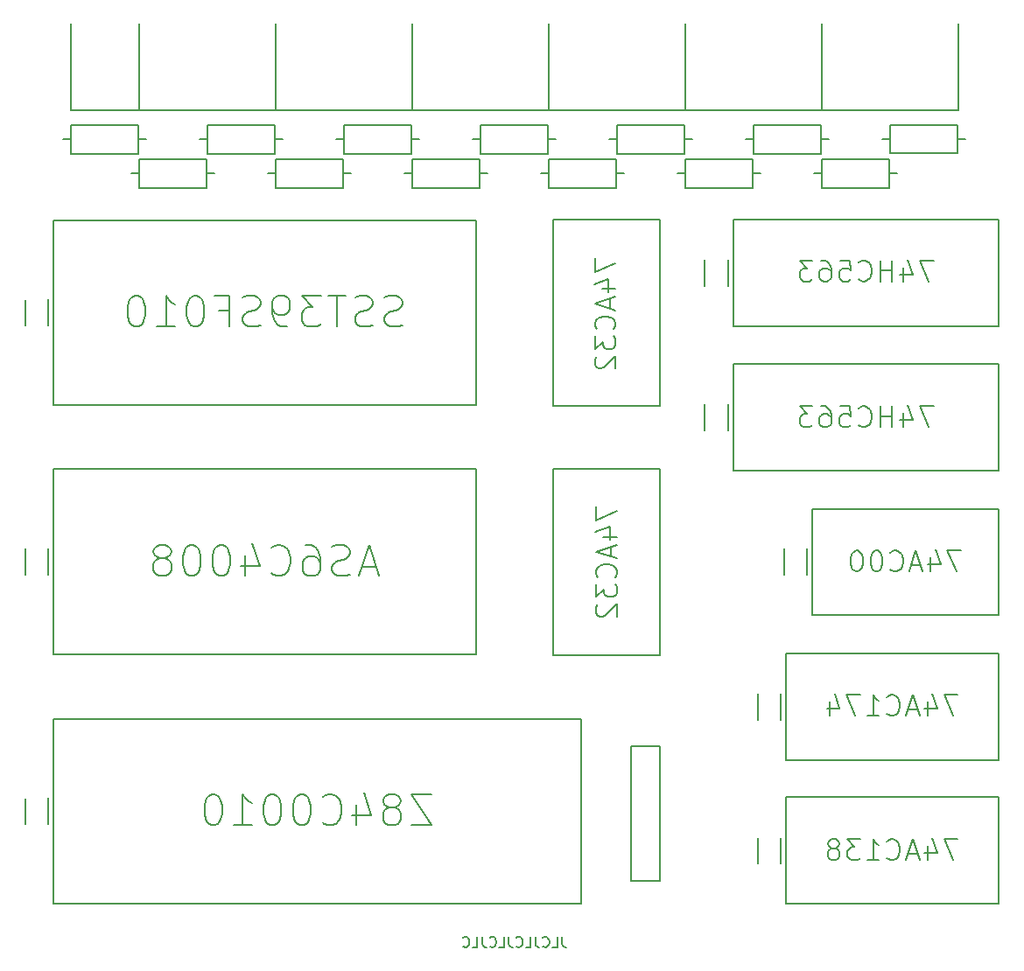
<source format=gbo>
G04 #@! TF.GenerationSoftware,KiCad,Pcbnew,(6.0.7)*
G04 #@! TF.CreationDate,2022-11-29T20:03:00-05:00*
G04 #@! TF.ProjectId,Part 4 - CPU and memory,50617274-2034-4202-9d20-43505520616e,1*
G04 #@! TF.SameCoordinates,Original*
G04 #@! TF.FileFunction,Legend,Bot*
G04 #@! TF.FilePolarity,Positive*
%FSLAX46Y46*%
G04 Gerber Fmt 4.6, Leading zero omitted, Abs format (unit mm)*
G04 Created by KiCad (PCBNEW (6.0.7)) date 2022-11-29 20:03:00*
%MOMM*%
%LPD*%
G01*
G04 APERTURE LIST*
%ADD10C,0.150000*%
%ADD11C,0.200000*%
%ADD12C,1.600000*%
%ADD13O,1.600000X1.600000*%
%ADD14R,1.600000X1.600000*%
%ADD15R,1.800000X1.800000*%
%ADD16C,1.800000*%
%ADD17R,1.780000X7.620000*%
G04 APERTURE END LIST*
D10*
X123723400Y-55118000D02*
X122986800Y-55118000D01*
X180467000Y-111861600D02*
X159893000Y-111861600D01*
X159893000Y-111861600D02*
X159893000Y-101574600D01*
X159893000Y-101574600D02*
X180467000Y-101574600D01*
X180467000Y-101574600D02*
X180467000Y-111861600D01*
X123698000Y-49022000D02*
X110490000Y-49022000D01*
X154838400Y-69875400D02*
X180467000Y-69875400D01*
X180467000Y-69875400D02*
X180467000Y-59613800D01*
X180467000Y-59613800D02*
X154838400Y-59613800D01*
X154838400Y-59613800D02*
X154838400Y-69875400D01*
X169976800Y-53162200D02*
X176504600Y-53162200D01*
X176504600Y-53162200D02*
X176504600Y-50444400D01*
X176504600Y-50444400D02*
X169976800Y-50444400D01*
X169976800Y-50444400D02*
X169976800Y-53162200D01*
X152044400Y-66040000D02*
X152044400Y-63500000D01*
X156743400Y-51816000D02*
X156006800Y-51816000D01*
X103860600Y-55118000D02*
X104597200Y-55118000D01*
X89027000Y-59639200D02*
X129921000Y-59639200D01*
X129921000Y-59639200D02*
X129921000Y-77546200D01*
X129921000Y-77546200D02*
X89027000Y-77546200D01*
X89027000Y-77546200D02*
X89027000Y-59639200D01*
X157162500Y-108013500D02*
X157162500Y-105473500D01*
X110464600Y-53187600D02*
X103911400Y-53187600D01*
X103911400Y-53187600D02*
X103911400Y-50444400D01*
X103911400Y-50444400D02*
X110464600Y-50444400D01*
X110464600Y-50444400D02*
X110464600Y-53187600D01*
X136931400Y-55118000D02*
X136194800Y-55118000D01*
X163322000Y-40640000D02*
X163322000Y-49022000D01*
X136906000Y-49022000D02*
X123698000Y-49022000D01*
X159893000Y-125780800D02*
X180467000Y-125780800D01*
X180467000Y-125780800D02*
X180467000Y-115493800D01*
X180467000Y-115493800D02*
X159893000Y-115493800D01*
X159893000Y-115493800D02*
X159893000Y-125780800D01*
X156692600Y-53746400D02*
X150139400Y-53746400D01*
X150139400Y-53746400D02*
X150139400Y-56489600D01*
X150139400Y-56489600D02*
X156692600Y-56489600D01*
X156692600Y-56489600D02*
X156692600Y-53746400D01*
X163322000Y-49022000D02*
X176530000Y-49022000D01*
X159334200Y-105473500D02*
X159334200Y-108013500D01*
X130276600Y-53746400D02*
X123723400Y-53746400D01*
X123723400Y-53746400D02*
X123723400Y-56489600D01*
X123723400Y-56489600D02*
X130276600Y-56489600D01*
X130276600Y-56489600D02*
X130276600Y-53746400D01*
X86283800Y-91440000D02*
X86283800Y-93929200D01*
X159359600Y-121920000D02*
X159359600Y-119405400D01*
X154254200Y-77470000D02*
X154254200Y-79946500D01*
X152044400Y-79946500D02*
X152044400Y-77470000D01*
X97307400Y-55118000D02*
X96570800Y-55118000D01*
X162433000Y-97840800D02*
X180467000Y-97840800D01*
X180467000Y-97840800D02*
X180467000Y-87579200D01*
X180467000Y-87579200D02*
X162433000Y-87579200D01*
X162433000Y-87579200D02*
X162433000Y-97840800D01*
X86283800Y-67335400D02*
X86283800Y-69824600D01*
X143484600Y-55118000D02*
X144221200Y-55118000D01*
X88468200Y-93929200D02*
X88468200Y-91414600D01*
X129921000Y-83743800D02*
X89027000Y-83743800D01*
X89027000Y-83743800D02*
X89027000Y-101650800D01*
X89027000Y-101650800D02*
X129921000Y-101650800D01*
X129921000Y-101650800D02*
X129921000Y-83743800D01*
X157149800Y-119405400D02*
X157149800Y-121920000D01*
X123672600Y-51816000D02*
X124409200Y-51816000D01*
X123672600Y-53187600D02*
X117144800Y-53187600D01*
X117144800Y-53187600D02*
X117144800Y-50444400D01*
X117144800Y-50444400D02*
X123672600Y-50444400D01*
X123672600Y-50444400D02*
X123672600Y-53187600D01*
X143484600Y-53746400D02*
X136931400Y-53746400D01*
X136931400Y-53746400D02*
X136931400Y-56489600D01*
X136931400Y-56489600D02*
X143484600Y-56489600D01*
X143484600Y-56489600D02*
X143484600Y-53746400D01*
X144907000Y-110540800D02*
X147701000Y-110540800D01*
X147701000Y-110540800D02*
X147701000Y-123571000D01*
X147701000Y-123571000D02*
X144907000Y-123571000D01*
X144907000Y-123571000D02*
X144907000Y-110540800D01*
X110464600Y-51816000D02*
X111201200Y-51816000D01*
X136880600Y-53187600D02*
X130352800Y-53187600D01*
X130352800Y-53187600D02*
X130352800Y-50444400D01*
X130352800Y-50444400D02*
X136880600Y-50444400D01*
X136880600Y-50444400D02*
X136880600Y-53187600D01*
X117144800Y-51816000D02*
X116382800Y-51816000D01*
X90678000Y-49022000D02*
X90678000Y-40640000D01*
X154254200Y-63500000D02*
X154254200Y-66040000D01*
X103860600Y-53746400D02*
X97307400Y-53746400D01*
X97307400Y-53746400D02*
X97307400Y-56489600D01*
X97307400Y-56489600D02*
X103860600Y-56489600D01*
X103860600Y-56489600D02*
X103860600Y-53746400D01*
X150114000Y-49022000D02*
X136906000Y-49022000D01*
X103911400Y-51816000D02*
X103174800Y-51816000D01*
X150088600Y-51816000D02*
X150825200Y-51816000D01*
X156692600Y-55118000D02*
X157429200Y-55118000D01*
X89027000Y-107899200D02*
X140081000Y-107899200D01*
X140081000Y-107899200D02*
X140081000Y-125806200D01*
X140081000Y-125806200D02*
X89027000Y-125806200D01*
X89027000Y-125806200D02*
X89027000Y-107899200D01*
X169900600Y-53746400D02*
X163347400Y-53746400D01*
X163347400Y-53746400D02*
X163347400Y-56489600D01*
X163347400Y-56489600D02*
X169900600Y-56489600D01*
X169900600Y-56489600D02*
X169900600Y-53746400D01*
X110515400Y-55118000D02*
X109778800Y-55118000D01*
X161874200Y-93980000D02*
X161874200Y-91440000D01*
X176530000Y-49022000D02*
X176530000Y-40640000D01*
X156718000Y-49022000D02*
X150114000Y-49022000D01*
X110490000Y-49022000D02*
X97282000Y-49022000D01*
X150139400Y-55118000D02*
X149402800Y-55118000D01*
X163347400Y-55118000D02*
X162610800Y-55118000D01*
X176504600Y-51803300D02*
X177241200Y-51816000D01*
X150088600Y-53187600D02*
X143535400Y-53187600D01*
X143535400Y-53187600D02*
X143535400Y-50444400D01*
X143535400Y-50444400D02*
X150088600Y-50444400D01*
X150088600Y-50444400D02*
X150088600Y-53187600D01*
X130302000Y-51816000D02*
X129590800Y-51816000D01*
X136906000Y-49022000D02*
X136906000Y-40640000D01*
X90703400Y-51816000D02*
X89966800Y-51816000D01*
X169900600Y-55118000D02*
X170637200Y-55118000D01*
X97256600Y-50444400D02*
X90703400Y-50444400D01*
X90703400Y-50444400D02*
X90703400Y-53187600D01*
X90703400Y-53187600D02*
X97256600Y-53187600D01*
X97256600Y-53187600D02*
X97256600Y-50444400D01*
X97256600Y-51816000D02*
X97993200Y-51816000D01*
X110490000Y-49022000D02*
X110490000Y-40640000D01*
X117068600Y-55118000D02*
X117805200Y-55118000D01*
X163296600Y-51816000D02*
X164033200Y-51816000D01*
X88468200Y-118084600D02*
X88468200Y-115570000D01*
X137363200Y-83693000D02*
X147650200Y-83693000D01*
X147650200Y-83693000D02*
X147650200Y-101727000D01*
X147650200Y-101727000D02*
X137363200Y-101727000D01*
X137363200Y-101727000D02*
X137363200Y-83693000D01*
X123698000Y-49022000D02*
X123698000Y-40640000D01*
X163322000Y-49022000D02*
X156718000Y-49022000D01*
X159689800Y-91440000D02*
X159689800Y-93980000D01*
X163296600Y-50444400D02*
X156743400Y-50444400D01*
X156743400Y-50444400D02*
X156743400Y-53187600D01*
X156743400Y-53187600D02*
X163296600Y-53187600D01*
X163296600Y-53187600D02*
X163296600Y-50444400D01*
X169976800Y-51803300D02*
X169214800Y-51816000D01*
X86283800Y-115595400D02*
X86283800Y-118084600D01*
X88468200Y-69824600D02*
X88468200Y-67310000D01*
X97282000Y-49022000D02*
X97282000Y-40640000D01*
X97282000Y-49022000D02*
X90678000Y-49022000D01*
X150114000Y-49022000D02*
X150114000Y-40640000D01*
X137363200Y-59563000D02*
X147650200Y-59563000D01*
X147650200Y-59563000D02*
X147650200Y-77597000D01*
X147650200Y-77597000D02*
X137363200Y-77597000D01*
X137363200Y-77597000D02*
X137363200Y-59563000D01*
X180467000Y-83845400D02*
X154813000Y-83845400D01*
X154813000Y-83845400D02*
X154813000Y-73583800D01*
X154813000Y-73583800D02*
X180467000Y-73583800D01*
X180467000Y-73583800D02*
X180467000Y-83845400D01*
X117068600Y-53746400D02*
X110515400Y-53746400D01*
X110515400Y-53746400D02*
X110515400Y-56489600D01*
X110515400Y-56489600D02*
X117068600Y-56489600D01*
X117068600Y-56489600D02*
X117068600Y-53746400D01*
X143535400Y-51816000D02*
X142798800Y-51816000D01*
X136880600Y-51816000D02*
X137617200Y-51816000D01*
X130276600Y-55118000D02*
X131013200Y-55118000D01*
D11*
X141525761Y-87329047D02*
X141525761Y-88662380D01*
X143525761Y-87805238D01*
X142192428Y-90281428D02*
X143525761Y-90281428D01*
X141430523Y-89805238D02*
X142859095Y-89329047D01*
X142859095Y-90567142D01*
X142954333Y-91233809D02*
X142954333Y-92186190D01*
X143525761Y-91043333D02*
X141525761Y-91710000D01*
X143525761Y-92376666D01*
X143335285Y-94186190D02*
X143430523Y-94090952D01*
X143525761Y-93805238D01*
X143525761Y-93614761D01*
X143430523Y-93329047D01*
X143240047Y-93138571D01*
X143049571Y-93043333D01*
X142668619Y-92948095D01*
X142382904Y-92948095D01*
X142001952Y-93043333D01*
X141811476Y-93138571D01*
X141621000Y-93329047D01*
X141525761Y-93614761D01*
X141525761Y-93805238D01*
X141621000Y-94090952D01*
X141716238Y-94186190D01*
X141525761Y-94852857D02*
X141525761Y-96090952D01*
X142287666Y-95424285D01*
X142287666Y-95710000D01*
X142382904Y-95900476D01*
X142478142Y-95995714D01*
X142668619Y-96090952D01*
X143144809Y-96090952D01*
X143335285Y-95995714D01*
X143430523Y-95900476D01*
X143525761Y-95710000D01*
X143525761Y-95138571D01*
X143430523Y-94948095D01*
X143335285Y-94852857D01*
X141716238Y-96852857D02*
X141621000Y-96948095D01*
X141525761Y-97138571D01*
X141525761Y-97614761D01*
X141621000Y-97805238D01*
X141716238Y-97900476D01*
X141906714Y-97995714D01*
X142097190Y-97995714D01*
X142382904Y-97900476D01*
X143525761Y-96757619D01*
X143525761Y-97995714D01*
X125625428Y-115197142D02*
X123625428Y-115197142D01*
X125625428Y-118197142D01*
X123625428Y-118197142D01*
X122054000Y-116482857D02*
X122339714Y-116340000D01*
X122482571Y-116197142D01*
X122625428Y-115911428D01*
X122625428Y-115768571D01*
X122482571Y-115482857D01*
X122339714Y-115340000D01*
X122054000Y-115197142D01*
X121482571Y-115197142D01*
X121196857Y-115340000D01*
X121054000Y-115482857D01*
X120911142Y-115768571D01*
X120911142Y-115911428D01*
X121054000Y-116197142D01*
X121196857Y-116340000D01*
X121482571Y-116482857D01*
X122054000Y-116482857D01*
X122339714Y-116625714D01*
X122482571Y-116768571D01*
X122625428Y-117054285D01*
X122625428Y-117625714D01*
X122482571Y-117911428D01*
X122339714Y-118054285D01*
X122054000Y-118197142D01*
X121482571Y-118197142D01*
X121196857Y-118054285D01*
X121054000Y-117911428D01*
X120911142Y-117625714D01*
X120911142Y-117054285D01*
X121054000Y-116768571D01*
X121196857Y-116625714D01*
X121482571Y-116482857D01*
X118339714Y-116197142D02*
X118339714Y-118197142D01*
X119054000Y-115054285D02*
X119768285Y-117197142D01*
X117911142Y-117197142D01*
X115054000Y-117911428D02*
X115196857Y-118054285D01*
X115625428Y-118197142D01*
X115911142Y-118197142D01*
X116339714Y-118054285D01*
X116625428Y-117768571D01*
X116768285Y-117482857D01*
X116911142Y-116911428D01*
X116911142Y-116482857D01*
X116768285Y-115911428D01*
X116625428Y-115625714D01*
X116339714Y-115340000D01*
X115911142Y-115197142D01*
X115625428Y-115197142D01*
X115196857Y-115340000D01*
X115054000Y-115482857D01*
X113196857Y-115197142D02*
X112911142Y-115197142D01*
X112625428Y-115340000D01*
X112482571Y-115482857D01*
X112339714Y-115768571D01*
X112196857Y-116340000D01*
X112196857Y-117054285D01*
X112339714Y-117625714D01*
X112482571Y-117911428D01*
X112625428Y-118054285D01*
X112911142Y-118197142D01*
X113196857Y-118197142D01*
X113482571Y-118054285D01*
X113625428Y-117911428D01*
X113768285Y-117625714D01*
X113911142Y-117054285D01*
X113911142Y-116340000D01*
X113768285Y-115768571D01*
X113625428Y-115482857D01*
X113482571Y-115340000D01*
X113196857Y-115197142D01*
X110339714Y-115197142D02*
X110054000Y-115197142D01*
X109768285Y-115340000D01*
X109625428Y-115482857D01*
X109482571Y-115768571D01*
X109339714Y-116340000D01*
X109339714Y-117054285D01*
X109482571Y-117625714D01*
X109625428Y-117911428D01*
X109768285Y-118054285D01*
X110054000Y-118197142D01*
X110339714Y-118197142D01*
X110625428Y-118054285D01*
X110768285Y-117911428D01*
X110911142Y-117625714D01*
X111054000Y-117054285D01*
X111054000Y-116340000D01*
X110911142Y-115768571D01*
X110768285Y-115482857D01*
X110625428Y-115340000D01*
X110339714Y-115197142D01*
X106482571Y-118197142D02*
X108196857Y-118197142D01*
X107339714Y-118197142D02*
X107339714Y-115197142D01*
X107625428Y-115625714D01*
X107911142Y-115911428D01*
X108196857Y-116054285D01*
X104625428Y-115197142D02*
X104339714Y-115197142D01*
X104054000Y-115340000D01*
X103911142Y-115482857D01*
X103768285Y-115768571D01*
X103625428Y-116340000D01*
X103625428Y-117054285D01*
X103768285Y-117625714D01*
X103911142Y-117911428D01*
X104054000Y-118054285D01*
X104339714Y-118197142D01*
X104625428Y-118197142D01*
X104911142Y-118054285D01*
X105054000Y-117911428D01*
X105196857Y-117625714D01*
X105339714Y-117054285D01*
X105339714Y-116340000D01*
X105196857Y-115768571D01*
X105054000Y-115482857D01*
X104911142Y-115340000D01*
X104625428Y-115197142D01*
X174163809Y-77644761D02*
X172830476Y-77644761D01*
X173687619Y-79644761D01*
X171211428Y-78311428D02*
X171211428Y-79644761D01*
X171687619Y-77549523D02*
X172163809Y-78978095D01*
X170925714Y-78978095D01*
X170163809Y-79644761D02*
X170163809Y-77644761D01*
X170163809Y-78597142D02*
X169020952Y-78597142D01*
X169020952Y-79644761D02*
X169020952Y-77644761D01*
X166925714Y-79454285D02*
X167020952Y-79549523D01*
X167306666Y-79644761D01*
X167497142Y-79644761D01*
X167782857Y-79549523D01*
X167973333Y-79359047D01*
X168068571Y-79168571D01*
X168163809Y-78787619D01*
X168163809Y-78501904D01*
X168068571Y-78120952D01*
X167973333Y-77930476D01*
X167782857Y-77740000D01*
X167497142Y-77644761D01*
X167306666Y-77644761D01*
X167020952Y-77740000D01*
X166925714Y-77835238D01*
X165116190Y-77644761D02*
X166068571Y-77644761D01*
X166163809Y-78597142D01*
X166068571Y-78501904D01*
X165878095Y-78406666D01*
X165401904Y-78406666D01*
X165211428Y-78501904D01*
X165116190Y-78597142D01*
X165020952Y-78787619D01*
X165020952Y-79263809D01*
X165116190Y-79454285D01*
X165211428Y-79549523D01*
X165401904Y-79644761D01*
X165878095Y-79644761D01*
X166068571Y-79549523D01*
X166163809Y-79454285D01*
X163306666Y-77644761D02*
X163687619Y-77644761D01*
X163878095Y-77740000D01*
X163973333Y-77835238D01*
X164163809Y-78120952D01*
X164259047Y-78501904D01*
X164259047Y-79263809D01*
X164163809Y-79454285D01*
X164068571Y-79549523D01*
X163878095Y-79644761D01*
X163497142Y-79644761D01*
X163306666Y-79549523D01*
X163211428Y-79454285D01*
X163116190Y-79263809D01*
X163116190Y-78787619D01*
X163211428Y-78597142D01*
X163306666Y-78501904D01*
X163497142Y-78406666D01*
X163878095Y-78406666D01*
X164068571Y-78501904D01*
X164163809Y-78597142D01*
X164259047Y-78787619D01*
X162449523Y-77644761D02*
X161211428Y-77644761D01*
X161878095Y-78406666D01*
X161592380Y-78406666D01*
X161401904Y-78501904D01*
X161306666Y-78597142D01*
X161211428Y-78787619D01*
X161211428Y-79263809D01*
X161306666Y-79454285D01*
X161401904Y-79549523D01*
X161592380Y-79644761D01*
X162163809Y-79644761D01*
X162354285Y-79549523D01*
X162449523Y-79454285D01*
X120259714Y-93210000D02*
X118831142Y-93210000D01*
X120545428Y-94067142D02*
X119545428Y-91067142D01*
X118545428Y-94067142D01*
X117688285Y-93924285D02*
X117259714Y-94067142D01*
X116545428Y-94067142D01*
X116259714Y-93924285D01*
X116116857Y-93781428D01*
X115974000Y-93495714D01*
X115974000Y-93210000D01*
X116116857Y-92924285D01*
X116259714Y-92781428D01*
X116545428Y-92638571D01*
X117116857Y-92495714D01*
X117402571Y-92352857D01*
X117545428Y-92210000D01*
X117688285Y-91924285D01*
X117688285Y-91638571D01*
X117545428Y-91352857D01*
X117402571Y-91210000D01*
X117116857Y-91067142D01*
X116402571Y-91067142D01*
X115974000Y-91210000D01*
X113402571Y-91067142D02*
X113974000Y-91067142D01*
X114259714Y-91210000D01*
X114402571Y-91352857D01*
X114688285Y-91781428D01*
X114831142Y-92352857D01*
X114831142Y-93495714D01*
X114688285Y-93781428D01*
X114545428Y-93924285D01*
X114259714Y-94067142D01*
X113688285Y-94067142D01*
X113402571Y-93924285D01*
X113259714Y-93781428D01*
X113116857Y-93495714D01*
X113116857Y-92781428D01*
X113259714Y-92495714D01*
X113402571Y-92352857D01*
X113688285Y-92210000D01*
X114259714Y-92210000D01*
X114545428Y-92352857D01*
X114688285Y-92495714D01*
X114831142Y-92781428D01*
X110116857Y-93781428D02*
X110259714Y-93924285D01*
X110688285Y-94067142D01*
X110974000Y-94067142D01*
X111402571Y-93924285D01*
X111688285Y-93638571D01*
X111831142Y-93352857D01*
X111974000Y-92781428D01*
X111974000Y-92352857D01*
X111831142Y-91781428D01*
X111688285Y-91495714D01*
X111402571Y-91210000D01*
X110974000Y-91067142D01*
X110688285Y-91067142D01*
X110259714Y-91210000D01*
X110116857Y-91352857D01*
X107545428Y-92067142D02*
X107545428Y-94067142D01*
X108259714Y-90924285D02*
X108974000Y-93067142D01*
X107116857Y-93067142D01*
X105402571Y-91067142D02*
X105116857Y-91067142D01*
X104831142Y-91210000D01*
X104688285Y-91352857D01*
X104545428Y-91638571D01*
X104402571Y-92210000D01*
X104402571Y-92924285D01*
X104545428Y-93495714D01*
X104688285Y-93781428D01*
X104831142Y-93924285D01*
X105116857Y-94067142D01*
X105402571Y-94067142D01*
X105688285Y-93924285D01*
X105831142Y-93781428D01*
X105974000Y-93495714D01*
X106116857Y-92924285D01*
X106116857Y-92210000D01*
X105974000Y-91638571D01*
X105831142Y-91352857D01*
X105688285Y-91210000D01*
X105402571Y-91067142D01*
X102545428Y-91067142D02*
X102259714Y-91067142D01*
X101974000Y-91210000D01*
X101831142Y-91352857D01*
X101688285Y-91638571D01*
X101545428Y-92210000D01*
X101545428Y-92924285D01*
X101688285Y-93495714D01*
X101831142Y-93781428D01*
X101974000Y-93924285D01*
X102259714Y-94067142D01*
X102545428Y-94067142D01*
X102831142Y-93924285D01*
X102974000Y-93781428D01*
X103116857Y-93495714D01*
X103259714Y-92924285D01*
X103259714Y-92210000D01*
X103116857Y-91638571D01*
X102974000Y-91352857D01*
X102831142Y-91210000D01*
X102545428Y-91067142D01*
X99831142Y-92352857D02*
X100116857Y-92210000D01*
X100259714Y-92067142D01*
X100402571Y-91781428D01*
X100402571Y-91638571D01*
X100259714Y-91352857D01*
X100116857Y-91210000D01*
X99831142Y-91067142D01*
X99259714Y-91067142D01*
X98974000Y-91210000D01*
X98831142Y-91352857D01*
X98688285Y-91638571D01*
X98688285Y-91781428D01*
X98831142Y-92067142D01*
X98974000Y-92210000D01*
X99259714Y-92352857D01*
X99831142Y-92352857D01*
X100116857Y-92495714D01*
X100259714Y-92638571D01*
X100402571Y-92924285D01*
X100402571Y-93495714D01*
X100259714Y-93781428D01*
X100116857Y-93924285D01*
X99831142Y-94067142D01*
X99259714Y-94067142D01*
X98974000Y-93924285D01*
X98831142Y-93781428D01*
X98688285Y-93495714D01*
X98688285Y-92924285D01*
X98831142Y-92638571D01*
X98974000Y-92495714D01*
X99259714Y-92352857D01*
X176513333Y-119554761D02*
X175180000Y-119554761D01*
X176037142Y-121554761D01*
X173560952Y-120221428D02*
X173560952Y-121554761D01*
X174037142Y-119459523D02*
X174513333Y-120888095D01*
X173275238Y-120888095D01*
X172608571Y-120983333D02*
X171656190Y-120983333D01*
X172799047Y-121554761D02*
X172132380Y-119554761D01*
X171465714Y-121554761D01*
X169656190Y-121364285D02*
X169751428Y-121459523D01*
X170037142Y-121554761D01*
X170227619Y-121554761D01*
X170513333Y-121459523D01*
X170703809Y-121269047D01*
X170799047Y-121078571D01*
X170894285Y-120697619D01*
X170894285Y-120411904D01*
X170799047Y-120030952D01*
X170703809Y-119840476D01*
X170513333Y-119650000D01*
X170227619Y-119554761D01*
X170037142Y-119554761D01*
X169751428Y-119650000D01*
X169656190Y-119745238D01*
X167751428Y-121554761D02*
X168894285Y-121554761D01*
X168322857Y-121554761D02*
X168322857Y-119554761D01*
X168513333Y-119840476D01*
X168703809Y-120030952D01*
X168894285Y-120126190D01*
X167084761Y-119554761D02*
X165846666Y-119554761D01*
X166513333Y-120316666D01*
X166227619Y-120316666D01*
X166037142Y-120411904D01*
X165941904Y-120507142D01*
X165846666Y-120697619D01*
X165846666Y-121173809D01*
X165941904Y-121364285D01*
X166037142Y-121459523D01*
X166227619Y-121554761D01*
X166799047Y-121554761D01*
X166989523Y-121459523D01*
X167084761Y-121364285D01*
X164703809Y-120411904D02*
X164894285Y-120316666D01*
X164989523Y-120221428D01*
X165084761Y-120030952D01*
X165084761Y-119935714D01*
X164989523Y-119745238D01*
X164894285Y-119650000D01*
X164703809Y-119554761D01*
X164322857Y-119554761D01*
X164132380Y-119650000D01*
X164037142Y-119745238D01*
X163941904Y-119935714D01*
X163941904Y-120030952D01*
X164037142Y-120221428D01*
X164132380Y-120316666D01*
X164322857Y-120411904D01*
X164703809Y-120411904D01*
X164894285Y-120507142D01*
X164989523Y-120602380D01*
X165084761Y-120792857D01*
X165084761Y-121173809D01*
X164989523Y-121364285D01*
X164894285Y-121459523D01*
X164703809Y-121554761D01*
X164322857Y-121554761D01*
X164132380Y-121459523D01*
X164037142Y-121364285D01*
X163941904Y-121173809D01*
X163941904Y-120792857D01*
X164037142Y-120602380D01*
X164132380Y-120507142D01*
X164322857Y-120411904D01*
X176830952Y-91614761D02*
X175497619Y-91614761D01*
X176354761Y-93614761D01*
X173878571Y-92281428D02*
X173878571Y-93614761D01*
X174354761Y-91519523D02*
X174830952Y-92948095D01*
X173592857Y-92948095D01*
X172926190Y-93043333D02*
X171973809Y-93043333D01*
X173116666Y-93614761D02*
X172450000Y-91614761D01*
X171783333Y-93614761D01*
X169973809Y-93424285D02*
X170069047Y-93519523D01*
X170354761Y-93614761D01*
X170545238Y-93614761D01*
X170830952Y-93519523D01*
X171021428Y-93329047D01*
X171116666Y-93138571D01*
X171211904Y-92757619D01*
X171211904Y-92471904D01*
X171116666Y-92090952D01*
X171021428Y-91900476D01*
X170830952Y-91710000D01*
X170545238Y-91614761D01*
X170354761Y-91614761D01*
X170069047Y-91710000D01*
X169973809Y-91805238D01*
X168735714Y-91614761D02*
X168545238Y-91614761D01*
X168354761Y-91710000D01*
X168259523Y-91805238D01*
X168164285Y-91995714D01*
X168069047Y-92376666D01*
X168069047Y-92852857D01*
X168164285Y-93233809D01*
X168259523Y-93424285D01*
X168354761Y-93519523D01*
X168545238Y-93614761D01*
X168735714Y-93614761D01*
X168926190Y-93519523D01*
X169021428Y-93424285D01*
X169116666Y-93233809D01*
X169211904Y-92852857D01*
X169211904Y-92376666D01*
X169116666Y-91995714D01*
X169021428Y-91805238D01*
X168926190Y-91710000D01*
X168735714Y-91614761D01*
X166830952Y-91614761D02*
X166640476Y-91614761D01*
X166450000Y-91710000D01*
X166354761Y-91805238D01*
X166259523Y-91995714D01*
X166164285Y-92376666D01*
X166164285Y-92852857D01*
X166259523Y-93233809D01*
X166354761Y-93424285D01*
X166450000Y-93519523D01*
X166640476Y-93614761D01*
X166830952Y-93614761D01*
X167021428Y-93519523D01*
X167116666Y-93424285D01*
X167211904Y-93233809D01*
X167307142Y-92852857D01*
X167307142Y-92376666D01*
X167211904Y-91995714D01*
X167116666Y-91805238D01*
X167021428Y-91710000D01*
X166830952Y-91614761D01*
D10*
X138223047Y-128992380D02*
X138223047Y-129706666D01*
X138270666Y-129849523D01*
X138365904Y-129944761D01*
X138508761Y-129992380D01*
X138604000Y-129992380D01*
X137270666Y-129992380D02*
X137746857Y-129992380D01*
X137746857Y-128992380D01*
X136365904Y-129897142D02*
X136413523Y-129944761D01*
X136556380Y-129992380D01*
X136651619Y-129992380D01*
X136794476Y-129944761D01*
X136889714Y-129849523D01*
X136937333Y-129754285D01*
X136984952Y-129563809D01*
X136984952Y-129420952D01*
X136937333Y-129230476D01*
X136889714Y-129135238D01*
X136794476Y-129040000D01*
X136651619Y-128992380D01*
X136556380Y-128992380D01*
X136413523Y-129040000D01*
X136365904Y-129087619D01*
X135651619Y-128992380D02*
X135651619Y-129706666D01*
X135699238Y-129849523D01*
X135794476Y-129944761D01*
X135937333Y-129992380D01*
X136032571Y-129992380D01*
X134699238Y-129992380D02*
X135175428Y-129992380D01*
X135175428Y-128992380D01*
X133794476Y-129897142D02*
X133842095Y-129944761D01*
X133984952Y-129992380D01*
X134080190Y-129992380D01*
X134223047Y-129944761D01*
X134318285Y-129849523D01*
X134365904Y-129754285D01*
X134413523Y-129563809D01*
X134413523Y-129420952D01*
X134365904Y-129230476D01*
X134318285Y-129135238D01*
X134223047Y-129040000D01*
X134080190Y-128992380D01*
X133984952Y-128992380D01*
X133842095Y-129040000D01*
X133794476Y-129087619D01*
X133080190Y-128992380D02*
X133080190Y-129706666D01*
X133127809Y-129849523D01*
X133223047Y-129944761D01*
X133365904Y-129992380D01*
X133461142Y-129992380D01*
X132127809Y-129992380D02*
X132604000Y-129992380D01*
X132604000Y-128992380D01*
X131223047Y-129897142D02*
X131270666Y-129944761D01*
X131413523Y-129992380D01*
X131508761Y-129992380D01*
X131651619Y-129944761D01*
X131746857Y-129849523D01*
X131794476Y-129754285D01*
X131842095Y-129563809D01*
X131842095Y-129420952D01*
X131794476Y-129230476D01*
X131746857Y-129135238D01*
X131651619Y-129040000D01*
X131508761Y-128992380D01*
X131413523Y-128992380D01*
X131270666Y-129040000D01*
X131223047Y-129087619D01*
X130508761Y-128992380D02*
X130508761Y-129706666D01*
X130556380Y-129849523D01*
X130651619Y-129944761D01*
X130794476Y-129992380D01*
X130889714Y-129992380D01*
X129556380Y-129992380D02*
X130032571Y-129992380D01*
X130032571Y-128992380D01*
X128651619Y-129897142D02*
X128699238Y-129944761D01*
X128842095Y-129992380D01*
X128937333Y-129992380D01*
X129080190Y-129944761D01*
X129175428Y-129849523D01*
X129223047Y-129754285D01*
X129270666Y-129563809D01*
X129270666Y-129420952D01*
X129223047Y-129230476D01*
X129175428Y-129135238D01*
X129080190Y-129040000D01*
X128937333Y-128992380D01*
X128842095Y-128992380D01*
X128699238Y-129040000D01*
X128651619Y-129087619D01*
D11*
X174163809Y-63547761D02*
X172830476Y-63547761D01*
X173687619Y-65547761D01*
X171211428Y-64214428D02*
X171211428Y-65547761D01*
X171687619Y-63452523D02*
X172163809Y-64881095D01*
X170925714Y-64881095D01*
X170163809Y-65547761D02*
X170163809Y-63547761D01*
X170163809Y-64500142D02*
X169020952Y-64500142D01*
X169020952Y-65547761D02*
X169020952Y-63547761D01*
X166925714Y-65357285D02*
X167020952Y-65452523D01*
X167306666Y-65547761D01*
X167497142Y-65547761D01*
X167782857Y-65452523D01*
X167973333Y-65262047D01*
X168068571Y-65071571D01*
X168163809Y-64690619D01*
X168163809Y-64404904D01*
X168068571Y-64023952D01*
X167973333Y-63833476D01*
X167782857Y-63643000D01*
X167497142Y-63547761D01*
X167306666Y-63547761D01*
X167020952Y-63643000D01*
X166925714Y-63738238D01*
X165116190Y-63547761D02*
X166068571Y-63547761D01*
X166163809Y-64500142D01*
X166068571Y-64404904D01*
X165878095Y-64309666D01*
X165401904Y-64309666D01*
X165211428Y-64404904D01*
X165116190Y-64500142D01*
X165020952Y-64690619D01*
X165020952Y-65166809D01*
X165116190Y-65357285D01*
X165211428Y-65452523D01*
X165401904Y-65547761D01*
X165878095Y-65547761D01*
X166068571Y-65452523D01*
X166163809Y-65357285D01*
X163306666Y-63547761D02*
X163687619Y-63547761D01*
X163878095Y-63643000D01*
X163973333Y-63738238D01*
X164163809Y-64023952D01*
X164259047Y-64404904D01*
X164259047Y-65166809D01*
X164163809Y-65357285D01*
X164068571Y-65452523D01*
X163878095Y-65547761D01*
X163497142Y-65547761D01*
X163306666Y-65452523D01*
X163211428Y-65357285D01*
X163116190Y-65166809D01*
X163116190Y-64690619D01*
X163211428Y-64500142D01*
X163306666Y-64404904D01*
X163497142Y-64309666D01*
X163878095Y-64309666D01*
X164068571Y-64404904D01*
X164163809Y-64500142D01*
X164259047Y-64690619D01*
X162449523Y-63547761D02*
X161211428Y-63547761D01*
X161878095Y-64309666D01*
X161592380Y-64309666D01*
X161401904Y-64404904D01*
X161306666Y-64500142D01*
X161211428Y-64690619D01*
X161211428Y-65166809D01*
X161306666Y-65357285D01*
X161401904Y-65452523D01*
X161592380Y-65547761D01*
X162163809Y-65547761D01*
X162354285Y-65452523D01*
X162449523Y-65357285D01*
X122759714Y-69794285D02*
X122331142Y-69937142D01*
X121616857Y-69937142D01*
X121331142Y-69794285D01*
X121188285Y-69651428D01*
X121045428Y-69365714D01*
X121045428Y-69080000D01*
X121188285Y-68794285D01*
X121331142Y-68651428D01*
X121616857Y-68508571D01*
X122188285Y-68365714D01*
X122474000Y-68222857D01*
X122616857Y-68080000D01*
X122759714Y-67794285D01*
X122759714Y-67508571D01*
X122616857Y-67222857D01*
X122474000Y-67080000D01*
X122188285Y-66937142D01*
X121474000Y-66937142D01*
X121045428Y-67080000D01*
X119902571Y-69794285D02*
X119474000Y-69937142D01*
X118759714Y-69937142D01*
X118474000Y-69794285D01*
X118331142Y-69651428D01*
X118188285Y-69365714D01*
X118188285Y-69080000D01*
X118331142Y-68794285D01*
X118474000Y-68651428D01*
X118759714Y-68508571D01*
X119331142Y-68365714D01*
X119616857Y-68222857D01*
X119759714Y-68080000D01*
X119902571Y-67794285D01*
X119902571Y-67508571D01*
X119759714Y-67222857D01*
X119616857Y-67080000D01*
X119331142Y-66937142D01*
X118616857Y-66937142D01*
X118188285Y-67080000D01*
X117331142Y-66937142D02*
X115616857Y-66937142D01*
X116474000Y-69937142D02*
X116474000Y-66937142D01*
X114902571Y-66937142D02*
X113045428Y-66937142D01*
X114045428Y-68080000D01*
X113616857Y-68080000D01*
X113331142Y-68222857D01*
X113188285Y-68365714D01*
X113045428Y-68651428D01*
X113045428Y-69365714D01*
X113188285Y-69651428D01*
X113331142Y-69794285D01*
X113616857Y-69937142D01*
X114474000Y-69937142D01*
X114759714Y-69794285D01*
X114902571Y-69651428D01*
X111616857Y-69937142D02*
X111045428Y-69937142D01*
X110759714Y-69794285D01*
X110616857Y-69651428D01*
X110331142Y-69222857D01*
X110188285Y-68651428D01*
X110188285Y-67508571D01*
X110331142Y-67222857D01*
X110474000Y-67080000D01*
X110759714Y-66937142D01*
X111331142Y-66937142D01*
X111616857Y-67080000D01*
X111759714Y-67222857D01*
X111902571Y-67508571D01*
X111902571Y-68222857D01*
X111759714Y-68508571D01*
X111616857Y-68651428D01*
X111331142Y-68794285D01*
X110759714Y-68794285D01*
X110474000Y-68651428D01*
X110331142Y-68508571D01*
X110188285Y-68222857D01*
X109045428Y-69794285D02*
X108616857Y-69937142D01*
X107902571Y-69937142D01*
X107616857Y-69794285D01*
X107474000Y-69651428D01*
X107331142Y-69365714D01*
X107331142Y-69080000D01*
X107474000Y-68794285D01*
X107616857Y-68651428D01*
X107902571Y-68508571D01*
X108474000Y-68365714D01*
X108759714Y-68222857D01*
X108902571Y-68080000D01*
X109045428Y-67794285D01*
X109045428Y-67508571D01*
X108902571Y-67222857D01*
X108759714Y-67080000D01*
X108474000Y-66937142D01*
X107759714Y-66937142D01*
X107331142Y-67080000D01*
X105045428Y-68365714D02*
X106045428Y-68365714D01*
X106045428Y-69937142D02*
X106045428Y-66937142D01*
X104616857Y-66937142D01*
X102902571Y-66937142D02*
X102616857Y-66937142D01*
X102331142Y-67080000D01*
X102188285Y-67222857D01*
X102045428Y-67508571D01*
X101902571Y-68080000D01*
X101902571Y-68794285D01*
X102045428Y-69365714D01*
X102188285Y-69651428D01*
X102331142Y-69794285D01*
X102616857Y-69937142D01*
X102902571Y-69937142D01*
X103188285Y-69794285D01*
X103331142Y-69651428D01*
X103474000Y-69365714D01*
X103616857Y-68794285D01*
X103616857Y-68080000D01*
X103474000Y-67508571D01*
X103331142Y-67222857D01*
X103188285Y-67080000D01*
X102902571Y-66937142D01*
X99045428Y-69937142D02*
X100759714Y-69937142D01*
X99902571Y-69937142D02*
X99902571Y-66937142D01*
X100188285Y-67365714D01*
X100474000Y-67651428D01*
X100759714Y-67794285D01*
X97188285Y-66937142D02*
X96902571Y-66937142D01*
X96616857Y-67080000D01*
X96474000Y-67222857D01*
X96331142Y-67508571D01*
X96188285Y-68080000D01*
X96188285Y-68794285D01*
X96331142Y-69365714D01*
X96474000Y-69651428D01*
X96616857Y-69794285D01*
X96902571Y-69937142D01*
X97188285Y-69937142D01*
X97474000Y-69794285D01*
X97616857Y-69651428D01*
X97759714Y-69365714D01*
X97902571Y-68794285D01*
X97902571Y-68080000D01*
X97759714Y-67508571D01*
X97616857Y-67222857D01*
X97474000Y-67080000D01*
X97188285Y-66937142D01*
X176513333Y-105584761D02*
X175180000Y-105584761D01*
X176037142Y-107584761D01*
X173560952Y-106251428D02*
X173560952Y-107584761D01*
X174037142Y-105489523D02*
X174513333Y-106918095D01*
X173275238Y-106918095D01*
X172608571Y-107013333D02*
X171656190Y-107013333D01*
X172799047Y-107584761D02*
X172132380Y-105584761D01*
X171465714Y-107584761D01*
X169656190Y-107394285D02*
X169751428Y-107489523D01*
X170037142Y-107584761D01*
X170227619Y-107584761D01*
X170513333Y-107489523D01*
X170703809Y-107299047D01*
X170799047Y-107108571D01*
X170894285Y-106727619D01*
X170894285Y-106441904D01*
X170799047Y-106060952D01*
X170703809Y-105870476D01*
X170513333Y-105680000D01*
X170227619Y-105584761D01*
X170037142Y-105584761D01*
X169751428Y-105680000D01*
X169656190Y-105775238D01*
X167751428Y-107584761D02*
X168894285Y-107584761D01*
X168322857Y-107584761D02*
X168322857Y-105584761D01*
X168513333Y-105870476D01*
X168703809Y-106060952D01*
X168894285Y-106156190D01*
X167084761Y-105584761D02*
X165751428Y-105584761D01*
X166608571Y-107584761D01*
X164132380Y-106251428D02*
X164132380Y-107584761D01*
X164608571Y-105489523D02*
X165084761Y-106918095D01*
X163846666Y-106918095D01*
X141398761Y-63326047D02*
X141398761Y-64659380D01*
X143398761Y-63802238D01*
X142065428Y-66278428D02*
X143398761Y-66278428D01*
X141303523Y-65802238D02*
X142732095Y-65326047D01*
X142732095Y-66564142D01*
X142827333Y-67230809D02*
X142827333Y-68183190D01*
X143398761Y-67040333D02*
X141398761Y-67707000D01*
X143398761Y-68373666D01*
X143208285Y-70183190D02*
X143303523Y-70087952D01*
X143398761Y-69802238D01*
X143398761Y-69611761D01*
X143303523Y-69326047D01*
X143113047Y-69135571D01*
X142922571Y-69040333D01*
X142541619Y-68945095D01*
X142255904Y-68945095D01*
X141874952Y-69040333D01*
X141684476Y-69135571D01*
X141494000Y-69326047D01*
X141398761Y-69611761D01*
X141398761Y-69802238D01*
X141494000Y-70087952D01*
X141589238Y-70183190D01*
X141398761Y-70849857D02*
X141398761Y-72087952D01*
X142160666Y-71421285D01*
X142160666Y-71707000D01*
X142255904Y-71897476D01*
X142351142Y-71992714D01*
X142541619Y-72087952D01*
X143017809Y-72087952D01*
X143208285Y-71992714D01*
X143303523Y-71897476D01*
X143398761Y-71707000D01*
X143398761Y-71135571D01*
X143303523Y-70945095D01*
X143208285Y-70849857D01*
X141589238Y-72849857D02*
X141494000Y-72945095D01*
X141398761Y-73135571D01*
X141398761Y-73611761D01*
X141494000Y-73802238D01*
X141589238Y-73897476D01*
X141779714Y-73992714D01*
X141970190Y-73992714D01*
X142255904Y-73897476D01*
X143398761Y-72754619D01*
X143398761Y-73992714D01*
%LPC*%
D12*
X151892000Y-51816000D03*
D13*
X141732000Y-51816000D03*
D14*
X90429000Y-124465000D03*
D13*
X92969000Y-124465000D03*
X95509000Y-124465000D03*
X98049000Y-124465000D03*
X100589000Y-124465000D03*
X103129000Y-124465000D03*
X105669000Y-124465000D03*
X108209000Y-124465000D03*
X110749000Y-124465000D03*
X113289000Y-124465000D03*
X115829000Y-124465000D03*
X118369000Y-124465000D03*
X120909000Y-124465000D03*
X123449000Y-124465000D03*
X125989000Y-124465000D03*
X128529000Y-124465000D03*
X131069000Y-124465000D03*
X133609000Y-124465000D03*
X136149000Y-124465000D03*
X138689000Y-124465000D03*
X138689000Y-109225000D03*
X136149000Y-109225000D03*
X133609000Y-109225000D03*
X131069000Y-109225000D03*
X128529000Y-109225000D03*
X125989000Y-109225000D03*
X123449000Y-109225000D03*
X120909000Y-109225000D03*
X118369000Y-109225000D03*
X115829000Y-109225000D03*
X113289000Y-109225000D03*
X110749000Y-109225000D03*
X108209000Y-109225000D03*
X105669000Y-109225000D03*
X103129000Y-109225000D03*
X100589000Y-109225000D03*
X98049000Y-109225000D03*
X95509000Y-109225000D03*
X92969000Y-109225000D03*
X90429000Y-109225000D03*
D12*
X87376000Y-67330000D03*
X87376000Y-69830000D03*
X105664000Y-55118000D03*
D13*
X95504000Y-55118000D03*
D12*
X153162000Y-77470000D03*
X153162000Y-79970000D03*
X87376000Y-118090000D03*
X87376000Y-115590000D03*
D15*
X115042000Y-47529000D03*
D16*
X112502000Y-47529000D03*
D12*
X125476000Y-51816000D03*
D13*
X115316000Y-51816000D03*
D12*
X143744000Y-82042000D03*
X141244000Y-82042000D03*
D14*
X156210000Y-82520000D03*
D13*
X158750000Y-82520000D03*
X161290000Y-82520000D03*
X163830000Y-82520000D03*
X166370000Y-82520000D03*
X168910000Y-82520000D03*
X171450000Y-82520000D03*
X173990000Y-82520000D03*
X176530000Y-82520000D03*
X179070000Y-82520000D03*
X179070000Y-74900000D03*
X176530000Y-74900000D03*
X173990000Y-74900000D03*
X171450000Y-74900000D03*
X168910000Y-74900000D03*
X166370000Y-74900000D03*
X163830000Y-74900000D03*
X161290000Y-74900000D03*
X158750000Y-74900000D03*
X156210000Y-74900000D03*
D15*
X167874000Y-47529000D03*
D16*
X165334000Y-47529000D03*
D14*
X163830000Y-96520000D03*
D13*
X166370000Y-96520000D03*
X168910000Y-96520000D03*
X171450000Y-96520000D03*
X173990000Y-96520000D03*
X176530000Y-96520000D03*
X179070000Y-96520000D03*
X179070000Y-88900000D03*
X176530000Y-88900000D03*
X173990000Y-88900000D03*
X171450000Y-88900000D03*
X168910000Y-88900000D03*
X166370000Y-88900000D03*
X163830000Y-88900000D03*
D12*
X160787000Y-91470000D03*
X160787000Y-93970000D03*
D14*
X138694000Y-85085000D03*
D13*
X138694000Y-87625000D03*
X138694000Y-90165000D03*
X138694000Y-92705000D03*
X138694000Y-95245000D03*
X138694000Y-97785000D03*
X138694000Y-100325000D03*
X146314000Y-100325000D03*
X146314000Y-97785000D03*
X146314000Y-95245000D03*
X146314000Y-92705000D03*
X146314000Y-90165000D03*
X146314000Y-87625000D03*
X146314000Y-85085000D03*
D14*
X90424000Y-76205000D03*
D13*
X92964000Y-76205000D03*
X95504000Y-76205000D03*
X98044000Y-76205000D03*
X100584000Y-76205000D03*
X103124000Y-76205000D03*
X105664000Y-76205000D03*
X108204000Y-76205000D03*
X110744000Y-76205000D03*
X113284000Y-76205000D03*
X115824000Y-76205000D03*
X118364000Y-76205000D03*
X120904000Y-76205000D03*
X123444000Y-76205000D03*
X125984000Y-76205000D03*
X128524000Y-76205000D03*
X128524000Y-60965000D03*
X125984000Y-60965000D03*
X123444000Y-60965000D03*
X120904000Y-60965000D03*
X118364000Y-60965000D03*
X115824000Y-60965000D03*
X113284000Y-60965000D03*
X110744000Y-60965000D03*
X108204000Y-60965000D03*
X105664000Y-60965000D03*
X103124000Y-60965000D03*
X100584000Y-60965000D03*
X98044000Y-60965000D03*
X95504000Y-60965000D03*
X92964000Y-60965000D03*
X90424000Y-60965000D03*
D12*
X87376000Y-91440000D03*
X87376000Y-93940000D03*
D14*
X161290000Y-110520000D03*
D13*
X163830000Y-110520000D03*
X166370000Y-110520000D03*
X168910000Y-110520000D03*
X171450000Y-110520000D03*
X173990000Y-110520000D03*
X176530000Y-110520000D03*
X179070000Y-110520000D03*
X179070000Y-102900000D03*
X176530000Y-102900000D03*
X173990000Y-102900000D03*
X171450000Y-102900000D03*
X168910000Y-102900000D03*
X166370000Y-102900000D03*
X163830000Y-102900000D03*
X161290000Y-102900000D03*
D15*
X95230000Y-47529000D03*
D16*
X92690000Y-47529000D03*
D14*
X138694000Y-60955000D03*
D13*
X138694000Y-63495000D03*
X138694000Y-66035000D03*
X138694000Y-68575000D03*
X138694000Y-71115000D03*
X138694000Y-73655000D03*
X138694000Y-76195000D03*
X146314000Y-76195000D03*
X146314000Y-73655000D03*
X146314000Y-71115000D03*
X146314000Y-68575000D03*
X146314000Y-66035000D03*
X146314000Y-63495000D03*
X146314000Y-60955000D03*
D12*
X158252000Y-119410000D03*
X158252000Y-121910000D03*
D15*
X108438000Y-47529000D03*
D16*
X105898000Y-47529000D03*
D12*
X118872000Y-55118000D03*
D13*
X108712000Y-55118000D03*
D12*
X158252000Y-105470000D03*
X158252000Y-107970000D03*
D15*
X121646000Y-47529000D03*
D16*
X119106000Y-47529000D03*
D17*
X171704000Y-136612000D03*
X169164000Y-136612000D03*
X166624000Y-136612000D03*
X164084000Y-136612000D03*
X161544000Y-136612000D03*
X159004000Y-136612000D03*
X156464000Y-136612000D03*
X153924000Y-136612000D03*
X151384000Y-136612000D03*
X148844000Y-136612000D03*
X146304000Y-136612000D03*
X143764000Y-136612000D03*
X141224000Y-136612000D03*
X138684000Y-136612000D03*
X136144000Y-136612000D03*
X133604000Y-136612000D03*
X131064000Y-136612000D03*
X128524000Y-136612000D03*
X125984000Y-136612000D03*
X123444000Y-136612000D03*
X120904000Y-136612000D03*
X118364000Y-136612000D03*
X115824000Y-136612000D03*
X113284000Y-136612000D03*
X110744000Y-136612000D03*
X108204000Y-136612000D03*
X105664000Y-136612000D03*
X103124000Y-136612000D03*
X100584000Y-136612000D03*
X98044000Y-136612000D03*
X95504000Y-136612000D03*
D12*
X178308000Y-51816000D03*
D13*
X168148000Y-51816000D03*
D15*
X134854000Y-47529000D03*
D16*
X132314000Y-47529000D03*
D12*
X99060000Y-51816000D03*
D13*
X88900000Y-51816000D03*
D14*
X161290000Y-124460000D03*
D13*
X163830000Y-124460000D03*
X166370000Y-124460000D03*
X168910000Y-124460000D03*
X171450000Y-124460000D03*
X173990000Y-124460000D03*
X176530000Y-124460000D03*
X179070000Y-124460000D03*
X179070000Y-116840000D03*
X176530000Y-116840000D03*
X173990000Y-116840000D03*
X171450000Y-116840000D03*
X168910000Y-116840000D03*
X166370000Y-116840000D03*
X163830000Y-116840000D03*
X161290000Y-116840000D03*
D15*
X161270000Y-47529000D03*
D16*
X158730000Y-47529000D03*
D15*
X101834000Y-47529000D03*
D16*
X99294000Y-47529000D03*
D15*
X141458000Y-47529000D03*
D16*
X138918000Y-47529000D03*
D15*
X154666000Y-47529000D03*
D16*
X152126000Y-47529000D03*
D12*
X143744000Y-79248000D03*
X141244000Y-79248000D03*
D14*
X156215000Y-68550000D03*
D13*
X158755000Y-68550000D03*
X161295000Y-68550000D03*
X163835000Y-68550000D03*
X166375000Y-68550000D03*
X168915000Y-68550000D03*
X171455000Y-68550000D03*
X173995000Y-68550000D03*
X176535000Y-68550000D03*
X179075000Y-68550000D03*
X179075000Y-60930000D03*
X176535000Y-60930000D03*
X173995000Y-60930000D03*
X171455000Y-60930000D03*
X168915000Y-60930000D03*
X166375000Y-60930000D03*
X163835000Y-60930000D03*
X161295000Y-60930000D03*
X158755000Y-60930000D03*
X156215000Y-60930000D03*
D15*
X174478000Y-47529000D03*
D16*
X171938000Y-47529000D03*
D15*
X148062000Y-47529000D03*
D16*
X145522000Y-47529000D03*
D12*
X165100000Y-51816000D03*
D13*
X154940000Y-51816000D03*
D12*
X138684000Y-51816000D03*
D13*
X128524000Y-51816000D03*
D12*
X171704000Y-55118000D03*
D13*
X161544000Y-55118000D03*
D15*
X128250000Y-47529000D03*
D16*
X125710000Y-47529000D03*
D14*
X90424000Y-100310000D03*
D13*
X92964000Y-100310000D03*
X95504000Y-100310000D03*
X98044000Y-100310000D03*
X100584000Y-100310000D03*
X103124000Y-100310000D03*
X105664000Y-100310000D03*
X108204000Y-100310000D03*
X110744000Y-100310000D03*
X113284000Y-100310000D03*
X115824000Y-100310000D03*
X118364000Y-100310000D03*
X120904000Y-100310000D03*
X123444000Y-100310000D03*
X125984000Y-100310000D03*
X128524000Y-100310000D03*
X128524000Y-85070000D03*
X125984000Y-85070000D03*
X123444000Y-85070000D03*
X120904000Y-85070000D03*
X118364000Y-85070000D03*
X115824000Y-85070000D03*
X113284000Y-85070000D03*
X110744000Y-85070000D03*
X108204000Y-85070000D03*
X105664000Y-85070000D03*
X103124000Y-85070000D03*
X100584000Y-85070000D03*
X98044000Y-85070000D03*
X95504000Y-85070000D03*
X92964000Y-85070000D03*
X90424000Y-85070000D03*
D12*
X158496000Y-55118000D03*
D13*
X148336000Y-55118000D03*
D12*
X112268000Y-51816000D03*
D13*
X102108000Y-51816000D03*
D12*
X153162000Y-63500000D03*
X153162000Y-66000000D03*
X132080000Y-55118000D03*
D13*
X121920000Y-55118000D03*
D12*
X145288000Y-55118000D03*
D13*
X135128000Y-55118000D03*
D14*
X146304000Y-111974000D03*
D13*
X146304000Y-114514000D03*
X146304000Y-117054000D03*
X146304000Y-119594000D03*
X146304000Y-122134000D03*
M02*

</source>
